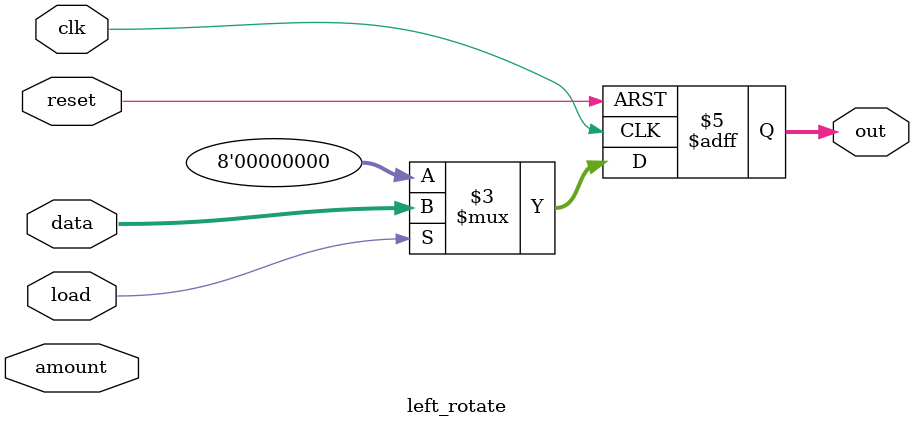
<source format=v>
module left_rotate(clk,reset,amount,data,load,out);
input clk,reset;
input [2:0] amount;
input [7:0] data;
input load;
output reg [7:0] out;
// when load is high, load data to out
// otherwise rotate the out register followed by left shift the out register by amount bits
always @(posedge clk, posedge reset)
begin
	if(reset)
	begin
	out=0;
	end
	else if(load)
	begin
	out=data;
	end
	else begin
	out = {out[6:0],out[7]};
	out = {out[5:0],out[7:6]};
	out = {out[4:0],out[7:6]};
	out = {out[3:0],out[7:6]};
	out = {out[2:0],out[7:6]};
	out = {out[1:0],out[7:6]};
	end
end
endmodule

</source>
